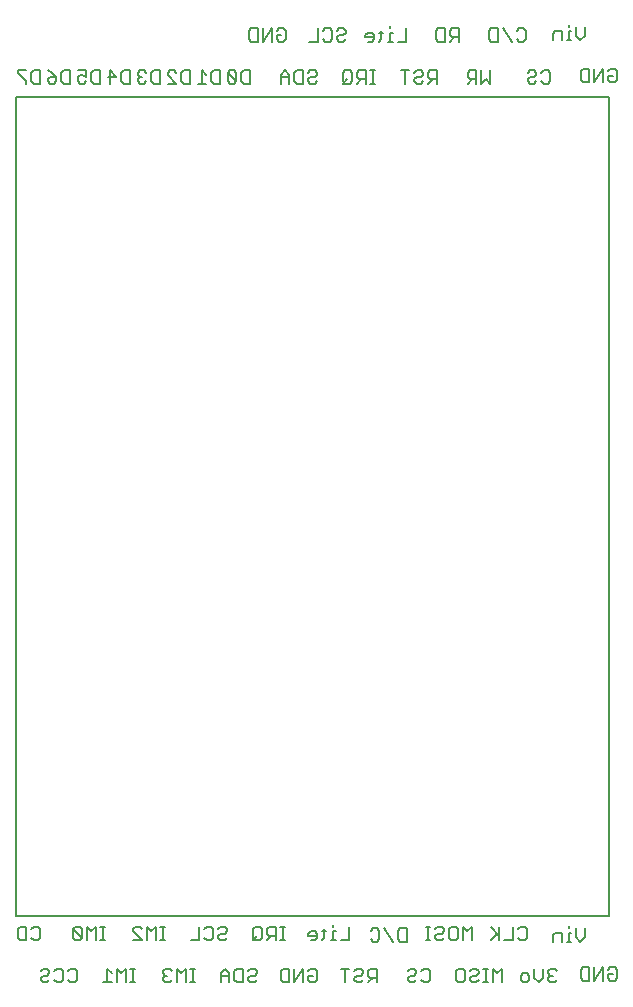
<source format=gbr>
G04 EAGLE Gerber RS-274X export*
G75*
%MOMM*%
%FSLAX34Y34*%
%LPD*%
%INSilkscreen Bottom*%
%IPPOS*%
%AMOC8*
5,1,8,0,0,1.08239X$1,22.5*%
G01*
%ADD10C,0.152400*%
%ADD11C,0.127000*%


D10*
X-204968Y367548D02*
X-204968Y356362D01*
X-210561Y356362D01*
X-212425Y358226D01*
X-212425Y365683D01*
X-210561Y367548D01*
X-204968Y367548D01*
X-220391Y365683D02*
X-224119Y367548D01*
X-220391Y365683D02*
X-216662Y361955D01*
X-216662Y358226D01*
X-218526Y356362D01*
X-222255Y356362D01*
X-224119Y358226D01*
X-224119Y360091D01*
X-222255Y361955D01*
X-216662Y361955D01*
X-179568Y367548D02*
X-179568Y356362D01*
X-185161Y356362D01*
X-187025Y358226D01*
X-187025Y365683D01*
X-185161Y367548D01*
X-179568Y367548D01*
X-191262Y367548D02*
X-198719Y367548D01*
X-191262Y367548D02*
X-191262Y361955D01*
X-194991Y363819D01*
X-196855Y363819D01*
X-198719Y361955D01*
X-198719Y358226D01*
X-196855Y356362D01*
X-193126Y356362D01*
X-191262Y358226D01*
X-154168Y356362D02*
X-154168Y367548D01*
X-154168Y356362D02*
X-159761Y356362D01*
X-161625Y358226D01*
X-161625Y365683D01*
X-159761Y367548D01*
X-154168Y367548D01*
X-171455Y367548D02*
X-171455Y356362D01*
X-165862Y361955D02*
X-171455Y367548D01*
X-173319Y361955D02*
X-165862Y361955D01*
X-128768Y367548D02*
X-128768Y356362D01*
X-134361Y356362D01*
X-136225Y358226D01*
X-136225Y365683D01*
X-134361Y367548D01*
X-128768Y367548D01*
X-140462Y365683D02*
X-142326Y367548D01*
X-146055Y367548D01*
X-147919Y365683D01*
X-147919Y363819D01*
X-146055Y361955D01*
X-144191Y361955D01*
X-146055Y361955D02*
X-147919Y360091D01*
X-147919Y358226D01*
X-146055Y356362D01*
X-142326Y356362D01*
X-140462Y358226D01*
X-230368Y356362D02*
X-230368Y367548D01*
X-230368Y356362D02*
X-235961Y356362D01*
X-237825Y358226D01*
X-237825Y365683D01*
X-235961Y367548D01*
X-230368Y367548D01*
X-242062Y367548D02*
X-249519Y367548D01*
X-249519Y365683D01*
X-242062Y358226D01*
X-242062Y356362D01*
X-103368Y356362D02*
X-103368Y367548D01*
X-103368Y356362D02*
X-108961Y356362D01*
X-110825Y358226D01*
X-110825Y365683D01*
X-108961Y367548D01*
X-103368Y367548D01*
X-115062Y356362D02*
X-122519Y356362D01*
X-115062Y356362D02*
X-122519Y363819D01*
X-122519Y365683D01*
X-120655Y367548D01*
X-116926Y367548D01*
X-115062Y365683D01*
X-77968Y367548D02*
X-77968Y356362D01*
X-83561Y356362D01*
X-85425Y358226D01*
X-85425Y365683D01*
X-83561Y367548D01*
X-77968Y367548D01*
X-89662Y363819D02*
X-93391Y367548D01*
X-93391Y356362D01*
X-97119Y356362D02*
X-89662Y356362D01*
X-52568Y356362D02*
X-52568Y367548D01*
X-52568Y356362D02*
X-58161Y356362D01*
X-60025Y358226D01*
X-60025Y365683D01*
X-58161Y367548D01*
X-52568Y367548D01*
X-64262Y365683D02*
X-64262Y358226D01*
X-64262Y365683D02*
X-66126Y367548D01*
X-69855Y367548D01*
X-71719Y365683D01*
X-71719Y358226D01*
X-69855Y356362D01*
X-66126Y356362D01*
X-64262Y358226D01*
X-71719Y365683D01*
X-30048Y401243D02*
X-28184Y403108D01*
X-24455Y403108D01*
X-22591Y401243D01*
X-22591Y393786D01*
X-24455Y391922D01*
X-28184Y391922D01*
X-30048Y393786D01*
X-30048Y397515D01*
X-26320Y397515D01*
X-34285Y391922D02*
X-34285Y403108D01*
X-41742Y391922D01*
X-41742Y403108D01*
X-45979Y403108D02*
X-45979Y391922D01*
X-51572Y391922D01*
X-53436Y393786D01*
X-53436Y401243D01*
X-51572Y403108D01*
X-45979Y403108D01*
X-3378Y365683D02*
X-1514Y367548D01*
X2215Y367548D01*
X4079Y365683D01*
X4079Y363819D01*
X2215Y361955D01*
X-1514Y361955D01*
X-3378Y360091D01*
X-3378Y358226D01*
X-1514Y356362D01*
X2215Y356362D01*
X4079Y358226D01*
X-7615Y356362D02*
X-7615Y367548D01*
X-7615Y356362D02*
X-13208Y356362D01*
X-15072Y358226D01*
X-15072Y365683D01*
X-13208Y367548D01*
X-7615Y367548D01*
X-19309Y363819D02*
X-19309Y356362D01*
X-19309Y363819D02*
X-23037Y367548D01*
X-26766Y363819D01*
X-26766Y356362D01*
X-26766Y361955D02*
X-19309Y361955D01*
X20752Y401243D02*
X22616Y403108D01*
X26345Y403108D01*
X28209Y401243D01*
X28209Y399379D01*
X26345Y397515D01*
X22616Y397515D01*
X20752Y395651D01*
X20752Y393786D01*
X22616Y391922D01*
X26345Y391922D01*
X28209Y393786D01*
X10922Y403108D02*
X9058Y401243D01*
X10922Y403108D02*
X14651Y403108D01*
X16515Y401243D01*
X16515Y393786D01*
X14651Y391922D01*
X10922Y391922D01*
X9058Y393786D01*
X4821Y391922D02*
X4821Y403108D01*
X4821Y391922D02*
X-2636Y391922D01*
X49201Y356362D02*
X52930Y356362D01*
X51066Y356362D02*
X51066Y367548D01*
X52930Y367548D02*
X49201Y367548D01*
X45134Y367548D02*
X45134Y356362D01*
X45134Y367548D02*
X39541Y367548D01*
X37677Y365683D01*
X37677Y361955D01*
X39541Y360091D01*
X45134Y360091D01*
X41406Y360091D02*
X37677Y356362D01*
X33440Y358226D02*
X33440Y365683D01*
X31576Y367548D01*
X27847Y367548D01*
X25983Y365683D01*
X25983Y358226D01*
X27847Y356362D01*
X31576Y356362D01*
X33440Y358226D01*
X29712Y360091D02*
X25983Y356362D01*
X79688Y391922D02*
X79688Y403108D01*
X79688Y391922D02*
X72231Y391922D01*
X67994Y399379D02*
X66130Y399379D01*
X66130Y391922D01*
X67994Y391922D02*
X64266Y391922D01*
X66130Y403108D02*
X66130Y404972D01*
X58334Y401243D02*
X58334Y393786D01*
X56470Y391922D01*
X56470Y399379D02*
X60198Y399379D01*
X50538Y391922D02*
X46809Y391922D01*
X50538Y391922D02*
X52402Y393786D01*
X52402Y397515D01*
X50538Y399379D01*
X46809Y399379D01*
X44945Y397515D01*
X44945Y395651D01*
X52402Y395651D01*
X105679Y367548D02*
X105679Y356362D01*
X105679Y367548D02*
X100086Y367548D01*
X98222Y365683D01*
X98222Y361955D01*
X100086Y360091D01*
X105679Y360091D01*
X101950Y360091D02*
X98222Y356362D01*
X88392Y367548D02*
X86528Y365683D01*
X88392Y367548D02*
X92121Y367548D01*
X93985Y365683D01*
X93985Y363819D01*
X92121Y361955D01*
X88392Y361955D01*
X86528Y360091D01*
X86528Y358226D01*
X88392Y356362D01*
X92121Y356362D01*
X93985Y358226D01*
X78563Y356362D02*
X78563Y367548D01*
X82291Y367548D02*
X74834Y367548D01*
X123962Y391922D02*
X123962Y403108D01*
X118369Y403108D01*
X116505Y401243D01*
X116505Y397515D01*
X118369Y395651D01*
X123962Y395651D01*
X120234Y395651D02*
X116505Y391922D01*
X112268Y391922D02*
X112268Y403108D01*
X112268Y391922D02*
X106675Y391922D01*
X104811Y393786D01*
X104811Y401243D01*
X106675Y403108D01*
X112268Y403108D01*
X150632Y367548D02*
X150632Y356362D01*
X146903Y360091D01*
X143175Y356362D01*
X143175Y367548D01*
X138938Y367548D02*
X138938Y356362D01*
X138938Y367548D02*
X133345Y367548D01*
X131481Y365683D01*
X131481Y361955D01*
X133345Y360091D01*
X138938Y360091D01*
X135210Y360091D02*
X131481Y356362D01*
X173152Y401243D02*
X175016Y403108D01*
X178745Y403108D01*
X180609Y401243D01*
X180609Y393786D01*
X178745Y391922D01*
X175016Y391922D01*
X173152Y393786D01*
X168915Y391922D02*
X161458Y403108D01*
X157221Y403108D02*
X157221Y391922D01*
X151628Y391922D01*
X149764Y393786D01*
X149764Y401243D01*
X151628Y403108D01*
X157221Y403108D01*
X193975Y365683D02*
X195839Y367548D01*
X199568Y367548D01*
X201432Y365683D01*
X201432Y358226D01*
X199568Y356362D01*
X195839Y356362D01*
X193975Y358226D01*
X184145Y367548D02*
X182281Y365683D01*
X184145Y367548D02*
X187874Y367548D01*
X189738Y365683D01*
X189738Y363819D01*
X187874Y361955D01*
X184145Y361955D01*
X182281Y360091D01*
X182281Y358226D01*
X184145Y356362D01*
X187874Y356362D01*
X189738Y358226D01*
X230730Y396921D02*
X230730Y404378D01*
X230730Y396921D02*
X227002Y393192D01*
X223273Y396921D01*
X223273Y404378D01*
X219036Y400649D02*
X217172Y400649D01*
X217172Y393192D01*
X219036Y393192D02*
X215308Y393192D01*
X217172Y404378D02*
X217172Y406242D01*
X211240Y400649D02*
X211240Y393192D01*
X211240Y400649D02*
X205647Y400649D01*
X203783Y398785D01*
X203783Y393192D01*
X250622Y366953D02*
X252486Y368818D01*
X256215Y368818D01*
X258079Y366953D01*
X258079Y359496D01*
X256215Y357632D01*
X252486Y357632D01*
X250622Y359496D01*
X250622Y363225D01*
X254350Y363225D01*
X246385Y357632D02*
X246385Y368818D01*
X238928Y357632D01*
X238928Y368818D01*
X234691Y368818D02*
X234691Y357632D01*
X229098Y357632D01*
X227234Y359496D01*
X227234Y366953D01*
X229098Y368818D01*
X234691Y368818D01*
X-235961Y-357622D02*
X-237825Y-359487D01*
X-235961Y-357622D02*
X-232232Y-357622D01*
X-230368Y-359487D01*
X-230368Y-366944D01*
X-232232Y-368808D01*
X-235961Y-368808D01*
X-237825Y-366944D01*
X-242062Y-368808D02*
X-242062Y-357622D01*
X-242062Y-368808D02*
X-247655Y-368808D01*
X-249519Y-366944D01*
X-249519Y-359487D01*
X-247655Y-357622D01*
X-242062Y-357622D01*
X-204714Y-393182D02*
X-206578Y-395047D01*
X-204714Y-393182D02*
X-200985Y-393182D01*
X-199121Y-395047D01*
X-199121Y-402504D01*
X-200985Y-404368D01*
X-204714Y-404368D01*
X-206578Y-402504D01*
X-216408Y-393182D02*
X-218272Y-395047D01*
X-216408Y-393182D02*
X-212679Y-393182D01*
X-210815Y-395047D01*
X-210815Y-402504D01*
X-212679Y-404368D01*
X-216408Y-404368D01*
X-218272Y-402504D01*
X-228102Y-393182D02*
X-229966Y-395047D01*
X-228102Y-393182D02*
X-224373Y-393182D01*
X-222509Y-395047D01*
X-222509Y-396911D01*
X-224373Y-398775D01*
X-228102Y-398775D01*
X-229966Y-400640D01*
X-229966Y-402504D01*
X-228102Y-404368D01*
X-224373Y-404368D01*
X-222509Y-402504D01*
X-179399Y-368808D02*
X-175670Y-368808D01*
X-177534Y-368808D02*
X-177534Y-357622D01*
X-175670Y-357622D02*
X-179399Y-357622D01*
X-183466Y-357622D02*
X-183466Y-368808D01*
X-187195Y-361351D02*
X-183466Y-357622D01*
X-187195Y-361351D02*
X-190923Y-357622D01*
X-190923Y-368808D01*
X-195160Y-366944D02*
X-195160Y-359487D01*
X-197024Y-357622D01*
X-200753Y-357622D01*
X-202617Y-359487D01*
X-202617Y-366944D01*
X-200753Y-368808D01*
X-197024Y-368808D01*
X-195160Y-366944D01*
X-202617Y-359487D01*
X-153999Y-404368D02*
X-150270Y-404368D01*
X-152134Y-404368D02*
X-152134Y-393182D01*
X-150270Y-393182D02*
X-153999Y-393182D01*
X-158066Y-393182D02*
X-158066Y-404368D01*
X-161794Y-396911D02*
X-158066Y-393182D01*
X-161794Y-396911D02*
X-165523Y-393182D01*
X-165523Y-404368D01*
X-169760Y-396911D02*
X-173488Y-393182D01*
X-173488Y-404368D01*
X-169760Y-404368D02*
X-177217Y-404368D01*
X-128599Y-368808D02*
X-124870Y-368808D01*
X-126734Y-368808D02*
X-126734Y-357622D01*
X-124870Y-357622D02*
X-128599Y-357622D01*
X-132666Y-357622D02*
X-132666Y-368808D01*
X-136395Y-361351D02*
X-132666Y-357622D01*
X-136395Y-361351D02*
X-140123Y-357622D01*
X-140123Y-368808D01*
X-144360Y-368808D02*
X-151817Y-368808D01*
X-144360Y-368808D02*
X-151817Y-361351D01*
X-151817Y-359487D01*
X-149953Y-357622D01*
X-146224Y-357622D01*
X-144360Y-359487D01*
X-103199Y-404368D02*
X-99470Y-404368D01*
X-101334Y-404368D02*
X-101334Y-393182D01*
X-99470Y-393182D02*
X-103199Y-393182D01*
X-107266Y-393182D02*
X-107266Y-404368D01*
X-110994Y-396911D02*
X-107266Y-393182D01*
X-110994Y-396911D02*
X-114723Y-393182D01*
X-114723Y-404368D01*
X-118960Y-395047D02*
X-120824Y-393182D01*
X-124553Y-393182D01*
X-126417Y-395047D01*
X-126417Y-396911D01*
X-124553Y-398775D01*
X-122688Y-398775D01*
X-124553Y-398775D02*
X-126417Y-400640D01*
X-126417Y-402504D01*
X-124553Y-404368D01*
X-120824Y-404368D01*
X-118960Y-402504D01*
X-79578Y-359487D02*
X-77714Y-357622D01*
X-73985Y-357622D01*
X-72121Y-359487D01*
X-72121Y-361351D01*
X-73985Y-363215D01*
X-77714Y-363215D01*
X-79578Y-365080D01*
X-79578Y-366944D01*
X-77714Y-368808D01*
X-73985Y-368808D01*
X-72121Y-366944D01*
X-89408Y-357622D02*
X-91272Y-359487D01*
X-89408Y-357622D02*
X-85679Y-357622D01*
X-83815Y-359487D01*
X-83815Y-366944D01*
X-85679Y-368808D01*
X-89408Y-368808D01*
X-91272Y-366944D01*
X-95509Y-368808D02*
X-95509Y-357622D01*
X-95509Y-368808D02*
X-102966Y-368808D01*
X-54178Y-395047D02*
X-52314Y-393182D01*
X-48585Y-393182D01*
X-46721Y-395047D01*
X-46721Y-396911D01*
X-48585Y-398775D01*
X-52314Y-398775D01*
X-54178Y-400640D01*
X-54178Y-402504D01*
X-52314Y-404368D01*
X-48585Y-404368D01*
X-46721Y-402504D01*
X-58415Y-404368D02*
X-58415Y-393182D01*
X-58415Y-404368D02*
X-64008Y-404368D01*
X-65872Y-402504D01*
X-65872Y-395047D01*
X-64008Y-393182D01*
X-58415Y-393182D01*
X-70109Y-396911D02*
X-70109Y-404368D01*
X-70109Y-396911D02*
X-73837Y-393182D01*
X-77566Y-396911D01*
X-77566Y-404368D01*
X-77566Y-398775D02*
X-70109Y-398775D01*
X-26999Y-368808D02*
X-23270Y-368808D01*
X-25134Y-368808D02*
X-25134Y-357622D01*
X-23270Y-357622D02*
X-26999Y-357622D01*
X-31066Y-357622D02*
X-31066Y-368808D01*
X-31066Y-357622D02*
X-36659Y-357622D01*
X-38523Y-359487D01*
X-38523Y-363215D01*
X-36659Y-365080D01*
X-31066Y-365080D01*
X-34795Y-365080D02*
X-38523Y-368808D01*
X-42760Y-366944D02*
X-42760Y-359487D01*
X-44624Y-357622D01*
X-48353Y-357622D01*
X-50217Y-359487D01*
X-50217Y-366944D01*
X-48353Y-368808D01*
X-44624Y-368808D01*
X-42760Y-366944D01*
X-46488Y-365080D02*
X-50217Y-368808D01*
X-3378Y-395047D02*
X-1514Y-393182D01*
X2215Y-393182D01*
X4079Y-395047D01*
X4079Y-402504D01*
X2215Y-404368D01*
X-1514Y-404368D01*
X-3378Y-402504D01*
X-3378Y-398775D01*
X351Y-398775D01*
X-7615Y-404368D02*
X-7615Y-393182D01*
X-15072Y-404368D01*
X-15072Y-393182D01*
X-19309Y-393182D02*
X-19309Y-404368D01*
X-24902Y-404368D01*
X-26766Y-402504D01*
X-26766Y-395047D01*
X-24902Y-393182D01*
X-19309Y-393182D01*
X31428Y-368808D02*
X31428Y-357622D01*
X31428Y-368808D02*
X23971Y-368808D01*
X19734Y-361351D02*
X17870Y-361351D01*
X17870Y-368808D01*
X19734Y-368808D02*
X16006Y-368808D01*
X17870Y-357622D02*
X17870Y-355758D01*
X10074Y-359487D02*
X10074Y-366944D01*
X8210Y-368808D01*
X8210Y-361351D02*
X11938Y-361351D01*
X2278Y-368808D02*
X-1451Y-368808D01*
X2278Y-368808D02*
X4142Y-366944D01*
X4142Y-363215D01*
X2278Y-361351D01*
X-1451Y-361351D01*
X-3315Y-363215D01*
X-3315Y-365080D01*
X4142Y-365080D01*
X54879Y-393182D02*
X54879Y-404368D01*
X54879Y-393182D02*
X49286Y-393182D01*
X47422Y-395047D01*
X47422Y-398775D01*
X49286Y-400640D01*
X54879Y-400640D01*
X51151Y-400640D02*
X47422Y-404368D01*
X37592Y-393182D02*
X35728Y-395047D01*
X37592Y-393182D02*
X41321Y-393182D01*
X43185Y-395047D01*
X43185Y-396911D01*
X41321Y-398775D01*
X37592Y-398775D01*
X35728Y-400640D01*
X35728Y-402504D01*
X37592Y-404368D01*
X41321Y-404368D01*
X43185Y-402504D01*
X27763Y-404368D02*
X27763Y-393182D01*
X31491Y-393182D02*
X24034Y-393182D01*
X80279Y-370078D02*
X80279Y-358892D01*
X80279Y-370078D02*
X74686Y-370078D01*
X72822Y-368214D01*
X72822Y-360757D01*
X74686Y-358892D01*
X80279Y-358892D01*
X68585Y-370078D02*
X61128Y-358892D01*
X51298Y-358892D02*
X49434Y-360757D01*
X51298Y-358892D02*
X55027Y-358892D01*
X56891Y-360757D01*
X56891Y-368214D01*
X55027Y-370078D01*
X51298Y-370078D01*
X49434Y-368214D01*
X92375Y-395047D02*
X94239Y-393182D01*
X97968Y-393182D01*
X99832Y-395047D01*
X99832Y-402504D01*
X97968Y-404368D01*
X94239Y-404368D01*
X92375Y-402504D01*
X82545Y-393182D02*
X80681Y-395047D01*
X82545Y-393182D02*
X86274Y-393182D01*
X88138Y-395047D01*
X88138Y-396911D01*
X86274Y-398775D01*
X82545Y-398775D01*
X80681Y-400640D01*
X80681Y-402504D01*
X82545Y-404368D01*
X86274Y-404368D01*
X88138Y-402504D01*
X134977Y-368808D02*
X134977Y-357622D01*
X131248Y-361351D01*
X127520Y-357622D01*
X127520Y-368808D01*
X121419Y-357622D02*
X117690Y-357622D01*
X121419Y-357622D02*
X123283Y-359487D01*
X123283Y-366944D01*
X121419Y-368808D01*
X117690Y-368808D01*
X115826Y-366944D01*
X115826Y-359487D01*
X117690Y-357622D01*
X105996Y-357622D02*
X104132Y-359487D01*
X105996Y-357622D02*
X109725Y-357622D01*
X111589Y-359487D01*
X111589Y-361351D01*
X109725Y-363215D01*
X105996Y-363215D01*
X104132Y-365080D01*
X104132Y-366944D01*
X105996Y-368808D01*
X109725Y-368808D01*
X111589Y-366944D01*
X99895Y-368808D02*
X96167Y-368808D01*
X98031Y-368808D02*
X98031Y-357622D01*
X99895Y-357622D02*
X96167Y-357622D01*
X160377Y-393182D02*
X160377Y-404368D01*
X156649Y-396911D02*
X160377Y-393182D01*
X156649Y-396911D02*
X152920Y-393182D01*
X152920Y-404368D01*
X148683Y-404368D02*
X144955Y-404368D01*
X146819Y-404368D02*
X146819Y-393182D01*
X148683Y-393182D02*
X144955Y-393182D01*
X135294Y-393182D02*
X133430Y-395047D01*
X135294Y-393182D02*
X139023Y-393182D01*
X140887Y-395047D01*
X140887Y-396911D01*
X139023Y-398775D01*
X135294Y-398775D01*
X133430Y-400640D01*
X133430Y-402504D01*
X135294Y-404368D01*
X139023Y-404368D01*
X140887Y-402504D01*
X127329Y-393182D02*
X123600Y-393182D01*
X127329Y-393182D02*
X129193Y-395047D01*
X129193Y-402504D01*
X127329Y-404368D01*
X123600Y-404368D01*
X121736Y-402504D01*
X121736Y-395047D01*
X123600Y-393182D01*
X174422Y-359487D02*
X176286Y-357622D01*
X180015Y-357622D01*
X181879Y-359487D01*
X181879Y-366944D01*
X180015Y-368808D01*
X176286Y-368808D01*
X174422Y-366944D01*
X170185Y-368808D02*
X170185Y-357622D01*
X170185Y-368808D02*
X162728Y-368808D01*
X158491Y-368808D02*
X158491Y-357622D01*
X151034Y-357622D02*
X158491Y-365080D01*
X156627Y-363215D02*
X151034Y-368808D01*
X205415Y-393182D02*
X207279Y-395047D01*
X205415Y-393182D02*
X201686Y-393182D01*
X199822Y-395047D01*
X199822Y-396911D01*
X201686Y-398775D01*
X203551Y-398775D01*
X201686Y-398775D02*
X199822Y-400640D01*
X199822Y-402504D01*
X201686Y-404368D01*
X205415Y-404368D01*
X207279Y-402504D01*
X195585Y-400640D02*
X195585Y-393182D01*
X195585Y-400640D02*
X191857Y-404368D01*
X188128Y-400640D01*
X188128Y-393182D01*
X182027Y-404368D02*
X178298Y-404368D01*
X176434Y-402504D01*
X176434Y-398775D01*
X178298Y-396911D01*
X182027Y-396911D01*
X183891Y-398775D01*
X183891Y-402504D01*
X182027Y-404368D01*
X230730Y-366350D02*
X230730Y-358892D01*
X230730Y-366350D02*
X227001Y-370078D01*
X223273Y-366350D01*
X223273Y-358892D01*
X219036Y-362621D02*
X217172Y-362621D01*
X217172Y-370078D01*
X219036Y-370078D02*
X215308Y-370078D01*
X217172Y-358892D02*
X217172Y-357028D01*
X211240Y-362621D02*
X211240Y-370078D01*
X211240Y-362621D02*
X205647Y-362621D01*
X203783Y-364485D01*
X203783Y-370078D01*
X250622Y-393777D02*
X252486Y-391912D01*
X256215Y-391912D01*
X258079Y-393777D01*
X258079Y-401234D01*
X256215Y-403098D01*
X252486Y-403098D01*
X250622Y-401234D01*
X250622Y-397505D01*
X254350Y-397505D01*
X246385Y-403098D02*
X246385Y-391912D01*
X238928Y-403098D01*
X238928Y-391912D01*
X234691Y-391912D02*
X234691Y-403098D01*
X229098Y-403098D01*
X227234Y-401234D01*
X227234Y-393777D01*
X229098Y-391912D01*
X234691Y-391912D01*
D11*
X251000Y345400D02*
X-251000Y345400D01*
X-251000Y-348600D01*
X251000Y-348600D01*
X251000Y345400D01*
M02*

</source>
